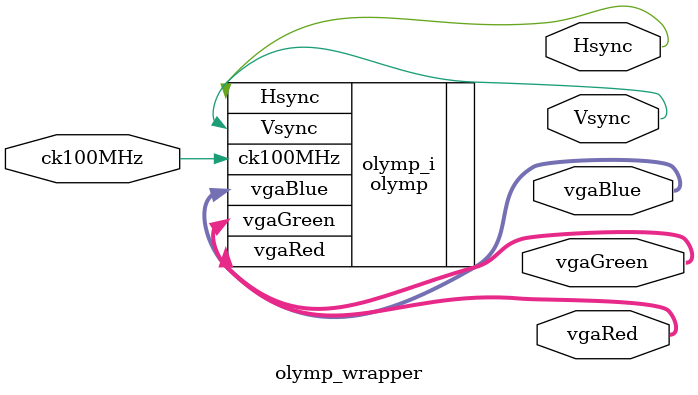
<source format=v>
`timescale 1 ps / 1 ps

module olymp_wrapper
   (Hsync,
    Vsync,
    ck100MHz,
    vgaBlue,
    vgaGreen,
    vgaRed);
  output Hsync;
  output Vsync;
  input ck100MHz;
  output [3:0]vgaBlue;
  output [3:0]vgaGreen;
  output [3:0]vgaRed;

  wire Hsync;
  wire Vsync;
  wire ck100MHz;
  wire [3:0]vgaBlue;
  wire [3:0]vgaGreen;
  wire [3:0]vgaRed;

  olymp olymp_i
       (.Hsync(Hsync),
        .Vsync(Vsync),
        .ck100MHz(ck100MHz),
        .vgaBlue(vgaBlue),
        .vgaGreen(vgaGreen),
        .vgaRed(vgaRed));
endmodule

</source>
